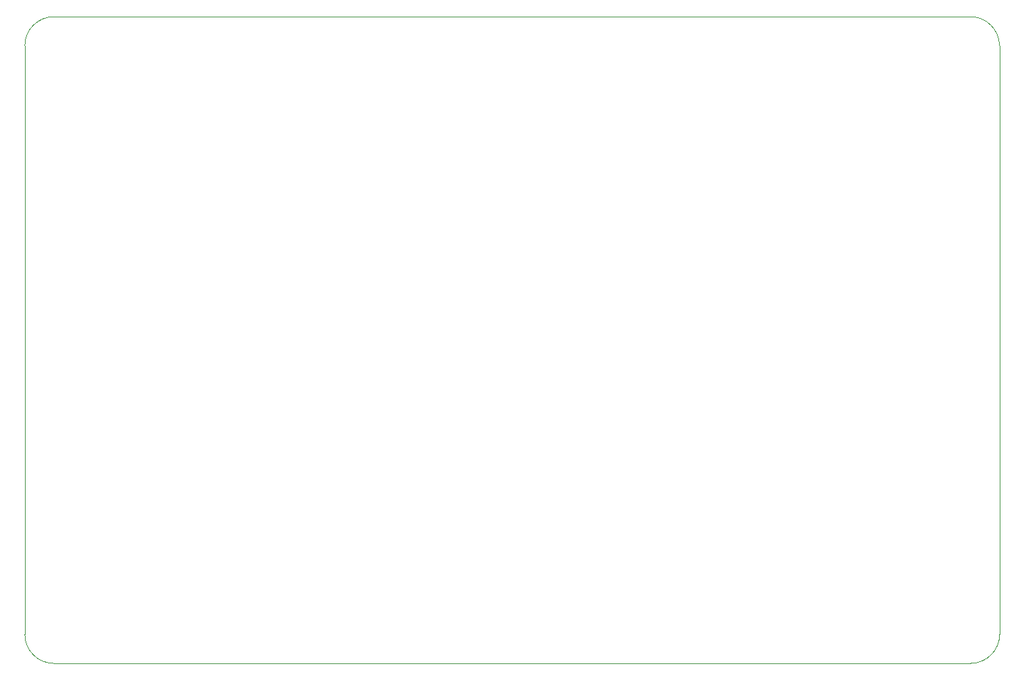
<source format=gm1>
G04 #@! TF.GenerationSoftware,KiCad,Pcbnew,5.1.11-e4df9d881f~92~ubuntu20.04.1*
G04 #@! TF.CreationDate,2021-10-29T00:11:59+02:00*
G04 #@! TF.ProjectId,CC dimmer low voltage,43432064-696d-46d6-9572-206c6f772076,0.95*
G04 #@! TF.SameCoordinates,Original*
G04 #@! TF.FileFunction,Profile,NP*
%FSLAX46Y46*%
G04 Gerber Fmt 4.6, Leading zero omitted, Abs format (unit mm)*
G04 Created by KiCad (PCBNEW 5.1.11-e4df9d881f~92~ubuntu20.04.1) date 2021-10-29 00:11:59*
%MOMM*%
%LPD*%
G01*
G04 APERTURE LIST*
G04 #@! TA.AperFunction,Profile*
%ADD10C,0.100000*%
G04 #@! TD*
G04 APERTURE END LIST*
D10*
X97129600Y-43916600D02*
X97129600Y-115798600D01*
X216154000Y-43916600D02*
X216179400Y-115798600D01*
X212598000Y-40360600D02*
X100685600Y-40360600D01*
X212623400Y-119354600D02*
X100685600Y-119354600D01*
X97129600Y-43916600D02*
G75*
G02*
X100685600Y-40360600I3556000J0D01*
G01*
X100685600Y-119354600D02*
G75*
G02*
X97129600Y-115798600I0J3556000D01*
G01*
X212598000Y-40360600D02*
G75*
G02*
X216154000Y-43916600I0J-3556000D01*
G01*
X216179400Y-115798600D02*
G75*
G02*
X212623400Y-119354600I-3556000J0D01*
G01*
M02*

</source>
